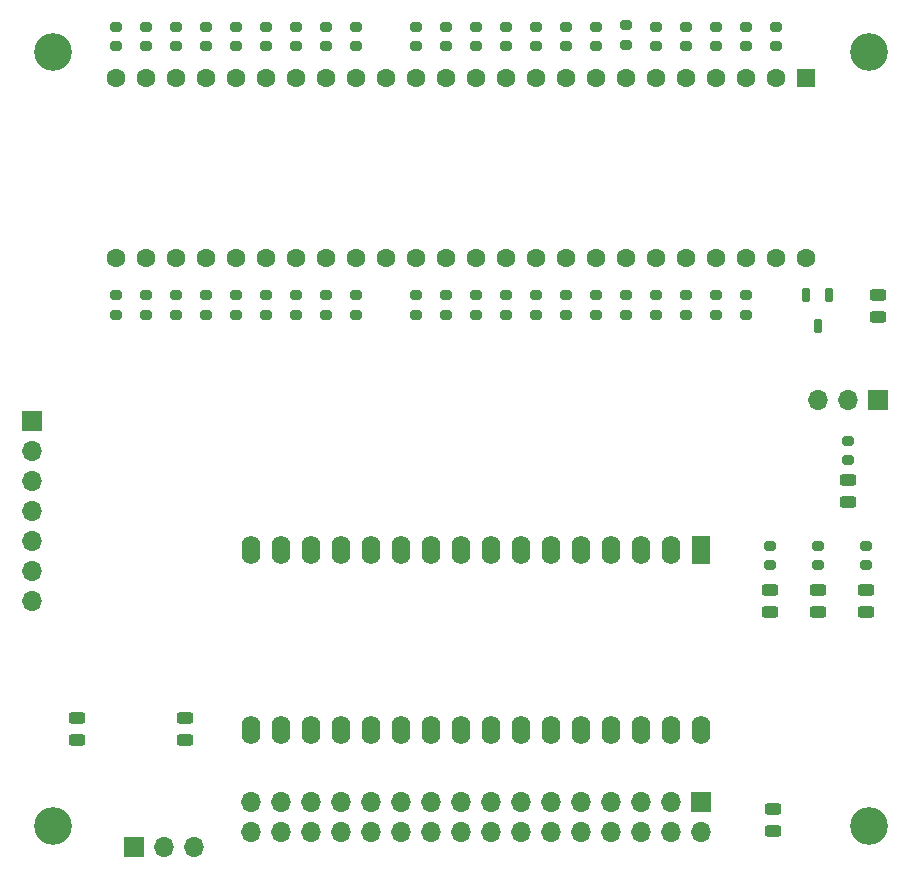
<source format=gbr>
%TF.GenerationSoftware,KiCad,Pcbnew,8.0.4*%
%TF.CreationDate,2025-04-23T20:08:27+02:00*%
%TF.ProjectId,PMTLeechv2,504d544c-6565-4636-9876-322e6b696361,rev?*%
%TF.SameCoordinates,Original*%
%TF.FileFunction,Soldermask,Top*%
%TF.FilePolarity,Negative*%
%FSLAX46Y46*%
G04 Gerber Fmt 4.6, Leading zero omitted, Abs format (unit mm)*
G04 Created by KiCad (PCBNEW 8.0.4) date 2025-04-23 20:08:27*
%MOMM*%
%LPD*%
G01*
G04 APERTURE LIST*
G04 Aperture macros list*
%AMRoundRect*
0 Rectangle with rounded corners*
0 $1 Rounding radius*
0 $2 $3 $4 $5 $6 $7 $8 $9 X,Y pos of 4 corners*
0 Add a 4 corners polygon primitive as box body*
4,1,4,$2,$3,$4,$5,$6,$7,$8,$9,$2,$3,0*
0 Add four circle primitives for the rounded corners*
1,1,$1+$1,$2,$3*
1,1,$1+$1,$4,$5*
1,1,$1+$1,$6,$7*
1,1,$1+$1,$8,$9*
0 Add four rect primitives between the rounded corners*
20,1,$1+$1,$2,$3,$4,$5,0*
20,1,$1+$1,$4,$5,$6,$7,0*
20,1,$1+$1,$6,$7,$8,$9,0*
20,1,$1+$1,$8,$9,$2,$3,0*%
G04 Aperture macros list end*
%ADD10RoundRect,0.200000X-0.275000X0.200000X-0.275000X-0.200000X0.275000X-0.200000X0.275000X0.200000X0*%
%ADD11RoundRect,0.200000X0.275000X-0.200000X0.275000X0.200000X-0.275000X0.200000X-0.275000X-0.200000X0*%
%ADD12RoundRect,0.162500X-0.162500X0.447500X-0.162500X-0.447500X0.162500X-0.447500X0.162500X0.447500X0*%
%ADD13O,1.600000X2.400000*%
%ADD14R,1.600000X2.400000*%
%ADD15O,1.700000X1.700000*%
%ADD16R,1.700000X1.700000*%
%ADD17C,3.200000*%
%ADD18RoundRect,0.243750X0.456250X-0.243750X0.456250X0.243750X-0.456250X0.243750X-0.456250X-0.243750X0*%
%ADD19C,1.600000*%
%ADD20R,1.600000X1.600000*%
%ADD21RoundRect,0.243750X-0.456250X0.243750X-0.456250X-0.243750X0.456250X-0.243750X0.456250X0.243750X0*%
G04 APERTURE END LIST*
D10*
%TO.C,R30*%
X156718000Y-65912000D03*
X156718000Y-64262000D03*
%TD*%
D11*
%TO.C,R99*%
X177038000Y-108332000D03*
X177038000Y-109982000D03*
%TD*%
%TO.C,R98*%
X172974000Y-108332000D03*
X172974000Y-109982000D03*
%TD*%
%TO.C,R97*%
X168910000Y-108332000D03*
X168910000Y-109982000D03*
%TD*%
%TO.C,R96*%
X175514000Y-99442000D03*
X175514000Y-101092000D03*
%TD*%
%TO.C,R95*%
X166878000Y-87122000D03*
X166878000Y-88772000D03*
%TD*%
%TO.C,R43*%
X123698000Y-87122000D03*
X123698000Y-88772000D03*
%TD*%
D10*
%TO.C,R42*%
X151638000Y-66040000D03*
X151638000Y-64390000D03*
%TD*%
D11*
%TO.C,R41*%
X113538000Y-87122000D03*
X113538000Y-88772000D03*
%TD*%
D10*
%TO.C,R40*%
X121158000Y-66040000D03*
X121158000Y-64390000D03*
%TD*%
%TO.C,R39*%
X123698000Y-66040000D03*
X123698000Y-64390000D03*
%TD*%
D11*
%TO.C,R38*%
X121158000Y-87122000D03*
X121158000Y-88772000D03*
%TD*%
D10*
%TO.C,R37*%
X159258000Y-66040000D03*
X159258000Y-64390000D03*
%TD*%
%TO.C,R36*%
X161798000Y-66040000D03*
X161798000Y-64390000D03*
%TD*%
%TO.C,R35*%
X164338000Y-66040000D03*
X164338000Y-64390000D03*
%TD*%
%TO.C,R34*%
X118618000Y-66040000D03*
X118618000Y-64390000D03*
%TD*%
%TO.C,R32*%
X116078000Y-88772000D03*
X116078000Y-87122000D03*
%TD*%
%TO.C,R31*%
X118618000Y-88772000D03*
X118618000Y-87122000D03*
%TD*%
%TO.C,R29*%
X116078000Y-66040000D03*
X116078000Y-64390000D03*
%TD*%
D11*
%TO.C,R28*%
X149098000Y-64390000D03*
X149098000Y-66040000D03*
%TD*%
%TO.C,R27*%
X113538000Y-64390000D03*
X113538000Y-66040000D03*
%TD*%
%TO.C,R26*%
X146558000Y-64390000D03*
X146558000Y-66040000D03*
%TD*%
%TO.C,R25*%
X154178000Y-64390000D03*
X154178000Y-66040000D03*
%TD*%
D10*
%TO.C,R24*%
X138938000Y-88772000D03*
X138938000Y-87122000D03*
%TD*%
D11*
%TO.C,R23*%
X141478000Y-64390000D03*
X141478000Y-66040000D03*
%TD*%
%TO.C,R22*%
X138938000Y-64390000D03*
X138938000Y-66040000D03*
%TD*%
%TO.C,R21*%
X144018000Y-64390000D03*
X144018000Y-66040000D03*
%TD*%
%TO.C,R20*%
X126238000Y-64390000D03*
X126238000Y-66040000D03*
%TD*%
%TO.C,R19*%
X128778000Y-64390000D03*
X128778000Y-66040000D03*
%TD*%
D10*
%TO.C,R18*%
X128778000Y-88772000D03*
X128778000Y-87122000D03*
%TD*%
%TO.C,R17*%
X126238000Y-88772000D03*
X126238000Y-87122000D03*
%TD*%
%TO.C,R16*%
X159258000Y-88772000D03*
X159258000Y-87122000D03*
%TD*%
%TO.C,R15*%
X156718000Y-88772000D03*
X156718000Y-87122000D03*
%TD*%
%TO.C,R14*%
X164338000Y-88772000D03*
X164338000Y-87122000D03*
%TD*%
%TO.C,R13*%
X161798000Y-88772000D03*
X161798000Y-87122000D03*
%TD*%
%TO.C,R12*%
X146558000Y-88772000D03*
X146558000Y-87122000D03*
%TD*%
%TO.C,R11*%
X149098000Y-88772000D03*
X149098000Y-87122000D03*
%TD*%
%TO.C,R10*%
X133858000Y-88772000D03*
X133858000Y-87122000D03*
%TD*%
%TO.C,R9*%
X131318000Y-88772000D03*
X131318000Y-87122000D03*
%TD*%
%TO.C,R8*%
X144018000Y-88772000D03*
X144018000Y-87122000D03*
%TD*%
%TO.C,R7*%
X141478000Y-88772000D03*
X141478000Y-87122000D03*
%TD*%
%TO.C,R6*%
X151638000Y-88772000D03*
X151638000Y-87122000D03*
%TD*%
%TO.C,R5*%
X154178000Y-88772000D03*
X154178000Y-87122000D03*
%TD*%
D11*
%TO.C,R4*%
X131318000Y-64390000D03*
X131318000Y-66040000D03*
%TD*%
%TO.C,R3*%
X133858000Y-64390000D03*
X133858000Y-66040000D03*
%TD*%
%TO.C,R2*%
X169418000Y-64390000D03*
X169418000Y-66040000D03*
%TD*%
%TO.C,R1*%
X166878000Y-64390000D03*
X166878000Y-66040000D03*
%TD*%
D12*
%TO.C,Q2*%
X172974000Y-89702000D03*
X172024000Y-87082000D03*
X173924000Y-87082000D03*
%TD*%
D13*
%TO.C,J5*%
X163068000Y-123952000D03*
X160528000Y-123952000D03*
X157988000Y-123952000D03*
X155448000Y-123952000D03*
X152908000Y-123952000D03*
X150368000Y-123952000D03*
X147828000Y-123952000D03*
X145288000Y-123952000D03*
X142748000Y-123952000D03*
X140208000Y-123952000D03*
X137668000Y-123952000D03*
X135128000Y-123952000D03*
X132588000Y-123952000D03*
X130048000Y-123952000D03*
X127508000Y-123952000D03*
X124968000Y-123952000D03*
X124968000Y-108712000D03*
X127508000Y-108712000D03*
X130048000Y-108712000D03*
X132588000Y-108712000D03*
X135128000Y-108712000D03*
X137668000Y-108712000D03*
X140208000Y-108712000D03*
X142748000Y-108712000D03*
X145288000Y-108712000D03*
X147828000Y-108712000D03*
X150368000Y-108712000D03*
X152908000Y-108712000D03*
X155448000Y-108712000D03*
X157988000Y-108712000D03*
X160528000Y-108712000D03*
D14*
X163068000Y-108712000D03*
%TD*%
D15*
%TO.C,J3*%
X106426000Y-113030000D03*
X106426000Y-110490000D03*
X106426000Y-107950000D03*
X106426000Y-105410000D03*
X106426000Y-102870000D03*
X106426000Y-100330000D03*
D16*
X106426000Y-97790000D03*
%TD*%
D15*
%TO.C,J1*%
X120157000Y-133858000D03*
X117617000Y-133858000D03*
D16*
X115077000Y-133858000D03*
%TD*%
D17*
%TO.C,H1*%
X177292000Y-66548000D03*
%TD*%
D18*
%TO.C,D3*%
X110236000Y-124811000D03*
X110236000Y-122936000D03*
%TD*%
D19*
%TO.C,U1*%
X171974000Y-84016000D03*
X169434000Y-84016000D03*
X166894000Y-84016000D03*
X164354000Y-84016000D03*
X161814000Y-84016000D03*
X159274000Y-84016000D03*
X156734000Y-84016000D03*
X154194000Y-84016000D03*
X151654000Y-84016000D03*
X149114000Y-84016000D03*
X146574000Y-84016000D03*
X144034000Y-84016000D03*
X141494000Y-84016000D03*
X138954000Y-84016000D03*
X136414000Y-84016000D03*
X133874000Y-84016000D03*
X131334000Y-84016000D03*
X128794000Y-84016000D03*
X126254000Y-84016000D03*
X123714000Y-84016000D03*
X121174000Y-84016000D03*
X118634000Y-84016000D03*
X116094000Y-84016000D03*
X113554000Y-84016000D03*
X113554000Y-68776000D03*
X116094000Y-68776000D03*
X118634000Y-68776000D03*
X121174000Y-68776000D03*
X123714000Y-68776000D03*
X126254000Y-68776000D03*
X128794000Y-68776000D03*
X131334000Y-68776000D03*
X133874000Y-68776000D03*
X136414000Y-68776000D03*
X138954000Y-68776000D03*
X141494000Y-68776000D03*
X144034000Y-68776000D03*
X146574000Y-68776000D03*
X149114000Y-68776000D03*
X151654000Y-68776000D03*
X154194000Y-68776000D03*
X156734000Y-68776000D03*
X159274000Y-68776000D03*
X161814000Y-68776000D03*
X164354000Y-68776000D03*
X166894000Y-68776000D03*
X169434000Y-68776000D03*
D20*
X171974000Y-68776000D03*
%TD*%
D15*
%TO.C,J2*%
X172974001Y-96012000D03*
X175514000Y-96012000D03*
D16*
X178054000Y-96012000D03*
%TD*%
D18*
%TO.C,D1*%
X119380000Y-122936000D03*
X119380000Y-124811000D03*
%TD*%
%TO.C,D2*%
X169164000Y-130634500D03*
X169164000Y-132509500D03*
%TD*%
%TO.C,D33*%
X168910000Y-112077000D03*
X168910000Y-113952002D03*
%TD*%
D17*
%TO.C,H4*%
X108204000Y-132080000D03*
%TD*%
D18*
%TO.C,D32*%
X175514000Y-102772998D03*
X175514000Y-104648000D03*
%TD*%
D17*
%TO.C,H3*%
X177292000Y-132080000D03*
%TD*%
D18*
%TO.C,D34*%
X172974000Y-112077000D03*
X172974000Y-113952002D03*
%TD*%
D17*
%TO.C,H2*%
X108204000Y-66548000D03*
%TD*%
D18*
%TO.C,D35*%
X177038000Y-112077000D03*
X177038000Y-113952002D03*
%TD*%
D21*
%TO.C,D31*%
X178054000Y-88997002D03*
X178054000Y-87122000D03*
%TD*%
D15*
%TO.C,J8*%
X163068000Y-132588000D03*
X160528000Y-132588000D03*
X157988000Y-132588000D03*
X155448000Y-132588000D03*
X152908000Y-132588000D03*
X150368000Y-132588000D03*
X147828000Y-132588000D03*
X145288000Y-132588000D03*
X142748000Y-132588000D03*
X140208000Y-132588000D03*
X137668000Y-132588000D03*
X135128000Y-132588000D03*
X132588000Y-132588000D03*
X130048000Y-132588000D03*
X127508000Y-132588000D03*
X124968000Y-132588000D03*
X124968000Y-130048000D03*
X127508000Y-130048000D03*
X130048000Y-130048000D03*
X132588000Y-130048000D03*
X135128000Y-130048000D03*
X137668000Y-130048000D03*
X140208000Y-130048000D03*
X142748000Y-130048000D03*
X145288000Y-130048000D03*
X147828000Y-130048000D03*
X150368000Y-130048000D03*
X152908000Y-130048000D03*
X155448000Y-130048000D03*
X157988000Y-130048000D03*
X160528000Y-130048000D03*
D16*
X163068000Y-130048000D03*
%TD*%
M02*

</source>
